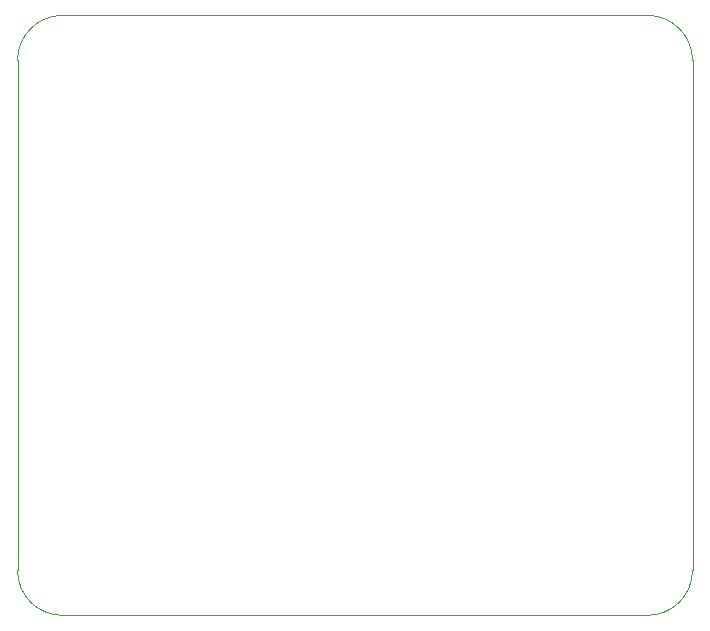
<source format=gm1>
G04 #@! TF.GenerationSoftware,KiCad,Pcbnew,8.0.6*
G04 #@! TF.CreationDate,2024-12-10T14:38:04-08:00*
G04 #@! TF.ProjectId,Constellation Stack V1.2,436f6e73-7465-46c6-9c61-74696f6e2053,rev?*
G04 #@! TF.SameCoordinates,Original*
G04 #@! TF.FileFunction,Profile,NP*
%FSLAX46Y46*%
G04 Gerber Fmt 4.6, Leading zero omitted, Abs format (unit mm)*
G04 Created by KiCad (PCBNEW 8.0.6) date 2024-12-10 14:38:04*
%MOMM*%
%LPD*%
G01*
G04 APERTURE LIST*
G04 #@! TA.AperFunction,Profile*
%ADD10C,0.100000*%
G04 #@! TD*
G04 APERTURE END LIST*
D10*
X78740000Y-25400000D02*
G75*
G02*
X82550000Y-29210000I0J-3810000D01*
G01*
X25400000Y-29210000D02*
G75*
G02*
X29210000Y-25400000I3810000J0D01*
G01*
X78740000Y-76200000D02*
X29210000Y-76200000D01*
X82550000Y-29210000D02*
X82550000Y-72390000D01*
X29210000Y-76200000D02*
G75*
G02*
X25400000Y-72390000I0J3810000D01*
G01*
X25400000Y-72390000D02*
X25400000Y-29210000D01*
X82550000Y-72390000D02*
G75*
G02*
X78740000Y-76200000I-3810000J0D01*
G01*
X29210000Y-25400000D02*
X78740000Y-25400000D01*
M02*

</source>
